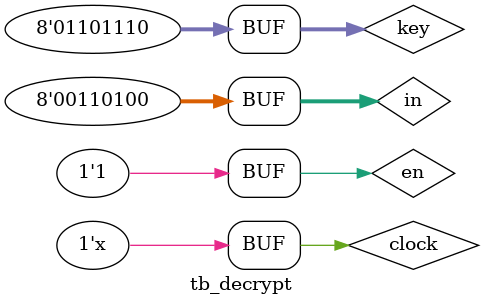
<source format=v>
`timescale 1ns / 1ps


module tb_decrypt();

reg [7:0] in, key;
reg clock=0;
reg en=0;

wire [127:0] out;


decrypt UUT(.in(in), .key(key), .clock(clock), .enable(en), .message(out));

// Clock generation
always begin
    #5 clock = ~clock;
  end


initial begin

#5
en = 1'b1;

//#20
in = 8'b00110010; //32
key = 8'hd0; //d0

#10
in = 8'b01000011; //43
key = 8'h14; //7e

#10
in = 8'b11110110; //f6
key = 8'hf9; //15

#10
in = 8'b10101000; //a8
key = 8'ha8; //16



#10
in = 8'b10001000; //88
key = 8'hc9; //28

#10
in = 8'b01011010; //5a
key = 8'hee; //ae

#10
in = 8'b00110000; //30
key = 8'h25; //d2

#10
in = 8'b10001101; //8d
key = 8'h89; //a6


#10
in = 8'b00110001; //31
key = 8'he1; //AB

#10
in = 8'b00110001; //31
key = 8'h3f; //f7

#10
in = 8'b10011000; //98
key = 8'h0c; //15

#10
in = 8'b10100010; //a2
key = 8'hc8; //88



#10
in = 8'b11100000; //e0
key = 8'hb6; //09

#10
in = 8'b00110111; //37
key = 8'h63; //cf

#10
in = 8'b00000111; //07
key = 8'h0c; //4f

#10
in = 8'b00110100; //34
key = 8'ha6; //3c

#460
key = 8'hac;

#10
key = 8'h77;

#10
key = 8'h66;

#10
key = 8'hf3;

#10
key = 8'h19;

#10
key = 8'hfa;

#10
key = 8'hdc;

#10
key = 8'h21;

#10
key = 8'h28;

#10
key = 8'hd1;

#10
key = 8'h29;

#10
key = 8'h41;

#10
key = 8'h57;

#10
key = 8'h5c;

#10
key = 8'h00;

#10
key = 8'h6e;


end

endmodule
</source>
